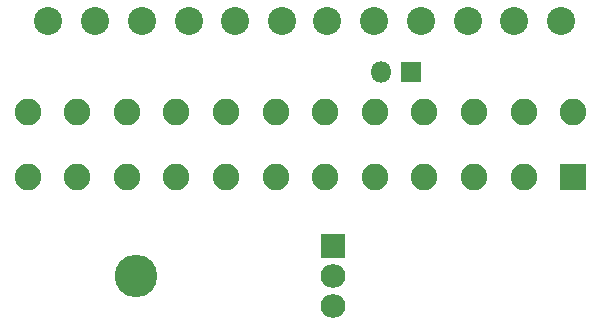
<source format=gbr>
%TF.GenerationSoftware,KiCad,Pcbnew,(5.1.6)-1*%
%TF.CreationDate,2022-02-22T09:41:32-05:00*%
%TF.ProjectId,PICO-AT,5049434f-2d41-4542-9e6b-696361645f70,rev?*%
%TF.SameCoordinates,Original*%
%TF.FileFunction,Soldermask,Top*%
%TF.FilePolarity,Negative*%
%FSLAX46Y46*%
G04 Gerber Fmt 4.6, Leading zero omitted, Abs format (unit mm)*
G04 Created by KiCad (PCBNEW (5.1.6)-1) date 2022-02-22 09:41:32*
%MOMM*%
%LPD*%
G01*
G04 APERTURE LIST*
%ADD10C,2.380000*%
%ADD11R,2.250000X2.250000*%
%ADD12C,2.250000*%
%ADD13O,3.600000X3.600000*%
%ADD14R,2.100000X2.005000*%
%ADD15O,2.100000X2.005000*%
%ADD16R,1.800000X1.800000*%
%ADD17O,1.800000X1.800000*%
G04 APERTURE END LIST*
D10*
%TO.C,J1*%
X151130000Y-94488000D03*
X155090000Y-94488000D03*
X159050000Y-94488000D03*
X163010000Y-94488000D03*
X166970000Y-94488000D03*
X170930000Y-94488000D03*
%TD*%
%TO.C,J2*%
X147308000Y-94488000D03*
X143348000Y-94488000D03*
X139388000Y-94488000D03*
X135428000Y-94488000D03*
X131468000Y-94488000D03*
X127508000Y-94488000D03*
%TD*%
D11*
%TO.C,J3*%
X171958000Y-107696000D03*
D12*
X167758000Y-107696000D03*
X163558000Y-107696000D03*
X159358000Y-107696000D03*
X155158000Y-107696000D03*
X150958000Y-107696000D03*
X146758000Y-107696000D03*
X142558000Y-107696000D03*
X138358000Y-107696000D03*
X134158000Y-107696000D03*
X129958000Y-107696000D03*
X125758000Y-107696000D03*
X171958000Y-102196000D03*
X167758000Y-102196000D03*
X163558000Y-102196000D03*
X159358000Y-102196000D03*
X155158000Y-102196000D03*
X150958000Y-102196000D03*
X146758000Y-102196000D03*
X142558000Y-102196000D03*
X138358000Y-102196000D03*
X134158000Y-102196000D03*
X129958000Y-102196000D03*
X125758000Y-102196000D03*
%TD*%
D13*
%TO.C,U1*%
X134978000Y-116078000D03*
D14*
X151638000Y-113538000D03*
D15*
X151638000Y-116078000D03*
X151638000Y-118618000D03*
%TD*%
D16*
%TO.C,PWR*%
X158242000Y-98806000D03*
D17*
X155702000Y-98806000D03*
%TD*%
M02*

</source>
